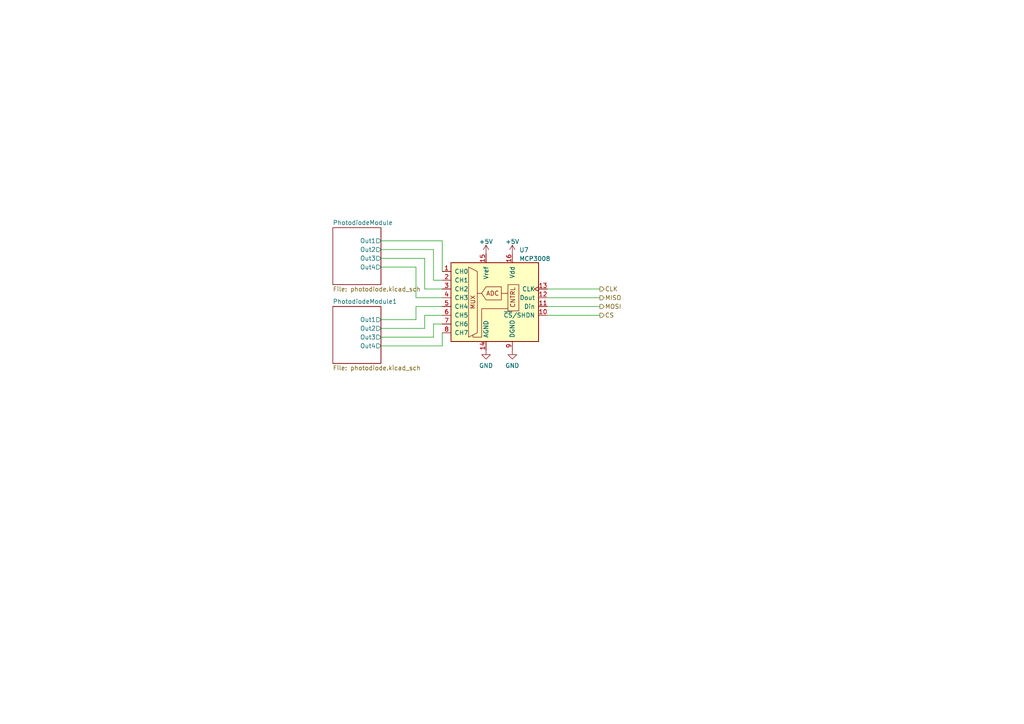
<source format=kicad_sch>
(kicad_sch (version 20230121) (generator eeschema)
  (paper "A4")
  (lib_symbols
    (symbol "Analog_ADC:MCP3008" (pin_names (offset 1.016))
      (property "Reference" "U" (at -5.08 13.335 0))
      (property "Value" "MCP3008" (at -5.08 11.43 0))
      (symbol "MCP3008_0_0"
        (text "ADC" (at -0.635 1.27 0) (effects (font (size 1.27 1.27))))
        (text "CNTRL" (at 5.969 -2.921 900) (effects (font (size 1.27 1.27)) (justify left bottom)))
        (text "MUX" (at -6.35 -1.27 900) (effects (font (size 1.27 1.27))))
      )
      (symbol "MCP3008_0_1"
        (polyline (pts (xy -3.81 1.27) (xy -5.08 1.27)))
        (polyline (pts (xy 1.905 1.27) (xy 3.81 1.27)))
        (polyline (pts (xy -7.62 8.89) (xy -7.62 -11.43) (xy -5.08 -10.16) (xy -5.08 7.62) (xy -7.62 8.89)))
        (polyline (pts (xy 3.81 -3.175) (xy -3.81 -3.175) (xy -3.81 -11.43) (xy -6.35 -11.43) (xy -6.35 -10.795)))
        (polyline (pts (xy 1.905 3.175) (xy 1.905 -0.635) (xy -2.54 -0.635) (xy -3.81 1.27) (xy -2.54 3.175) (xy 1.905 3.175)))
        (rectangle (start 3.81 -3.81) (end 6.985 3.81))
        (rectangle (start 12.7 -12.7) (end -12.7 10.16) (stroke (width 0.254)) (fill (type background)))
      )
      (symbol "MCP3008_1_1"
        (pin input line (at -15.24 7.62 0) (length 2.54) (name "CH0") (number "1"))
        (pin input line (at 15.24 -5.08 180) (length 2.54) (name "~{CS}/SHDN") (number "10"))
        (pin input line (at 15.24 -2.54 180) (length 2.54) (name "Din") (number "11"))
        (pin output line (at 15.24 0 180) (length 2.54) (name "Dout") (number "12"))
        (pin input clock (at 15.24 2.54 180) (length 2.54) (name "CLK") (number "13"))
        (pin power_in line (at -2.54 -15.24 90) (length 2.54) (name "AGND") (number "14"))
        (pin power_in line (at -2.54 12.7 270) (length 2.54) (name "Vref") (number "15"))
        (pin power_in line (at 5.08 12.7 270) (length 2.54) (name "Vdd") (number "16"))
        (pin input line (at -15.24 5.08 0) (length 2.54) (name "CH1") (number "2"))
        (pin input line (at -15.24 2.54 0) (length 2.54) (name "CH2") (number "3"))
        (pin input line (at -15.24 0 0) (length 2.54) (name "CH3") (number "4"))
        (pin input line (at -15.24 -2.54 0) (length 2.54) (name "CH4") (number "5"))
        (pin input line (at -15.24 -5.08 0) (length 2.54) (name "CH5") (number "6"))
        (pin input line (at -15.24 -7.62 0) (length 2.54) (name "CH6") (number "7"))
        (pin input line (at -15.24 -10.16 0) (length 2.54) (name "CH7") (number "8"))
        (pin power_in line (at 5.08 -15.24 90) (length 2.54) (name "DGND") (number "9"))
      )
    )
    (symbol "power:+5V" (power) (pin_names (offset 0))
      (property "Value" "+5V" (at 0 3.556 0))
      (symbol "+5V_0_1"
        (polyline (pts (xy -0.762 1.27) (xy 0 2.54)))
        (polyline (pts (xy 0 0) (xy 0 2.54)))
        (polyline (pts (xy 0 2.54) (xy 0.762 1.27)))
      )
      (symbol "+5V_1_1"
        (pin power_in line (at 0 0 90) (length 0) hide (name "+5V") (number "1"))
      )
    )
    (symbol "power:GND" (power) (pin_names (offset 0))
      (property "Value" "GND" (at 0 -3.81 0))
      (symbol "GND_0_1"
        (polyline (pts (xy 0 0) (xy 0 -1.27) (xy 1.27 -1.27) (xy 0 -2.54) (xy -1.27 -1.27) (xy 0 -1.27)))
      )
      (symbol "GND_1_1"
        (pin power_in line (at 0 0 270) (length 0) hide (name "GND") (number "1"))
      )
    )
  )
  (wire (pts (xy 123.19 91.44) (xy 128.27 91.44)))
  (wire (pts (xy 125.73 97.79) (xy 125.73 93.98)))
  (wire (pts (xy 125.73 72.39) (xy 125.73 81.28)))
  (wire (pts (xy 110.49 97.79) (xy 125.73 97.79)))
  (wire (pts (xy 123.19 74.93) (xy 123.19 83.82)))
  (wire (pts (xy 123.19 95.25) (xy 123.19 91.44)))
  (wire (pts (xy 128.27 69.85) (xy 128.27 78.74)))
  (wire (pts (xy 120.65 92.71) (xy 120.65 88.9)))
  (wire (pts (xy 120.65 86.36) (xy 128.27 86.36)))
  (wire (pts (xy 120.65 77.47) (xy 120.65 86.36)))
  (wire (pts (xy 158.75 83.82) (xy 173.99 83.82)))
  (wire (pts (xy 125.73 93.98) (xy 128.27 93.98)))
  (wire (pts (xy 110.49 95.25) (xy 123.19 95.25)))
  (wire (pts (xy 158.75 88.9) (xy 173.99 88.9)))
  (wire (pts (xy 110.49 77.47) (xy 120.65 77.47)))
  (wire (pts (xy 125.73 81.28) (xy 128.27 81.28)))
  (wire (pts (xy 158.75 91.44) (xy 173.99 91.44)))
  (wire (pts (xy 110.49 92.71) (xy 120.65 92.71)))
  (wire (pts (xy 158.75 86.36) (xy 173.99 86.36)))
  (wire (pts (xy 110.49 72.39) (xy 125.73 72.39)))
  (wire (pts (xy 128.27 100.33) (xy 128.27 96.52)))
  (wire (pts (xy 120.65 88.9) (xy 128.27 88.9)))
  (wire (pts (xy 123.19 83.82) (xy 128.27 83.82)))
  (wire (pts (xy 110.49 100.33) (xy 128.27 100.33)))
  (wire (pts (xy 110.49 69.85) (xy 128.27 69.85)))
  (wire (pts (xy 110.49 74.93) (xy 123.19 74.93)))
  (hierarchical_label "CS" (shape output) (at 173.99 91.44 0))
  (hierarchical_label "MOSI" (shape output) (at 173.99 88.9 0))
  (hierarchical_label "CLK" (shape output) (at 173.99 83.82 0))
  (hierarchical_label "MISO" (shape output) (at 173.99 86.36 0))
  (symbol (lib_id "power:+5V") (at 140.97 73.66 0) (unit 1)
    (property "Reference" "#PWR072" (effects hide))
    (property "Value" "+5V" (at 140.97 70.0842 0))
    (instances (project "PhotodiodeAmplifier" (path "" (reference "#PWR072") (unit 1)) (path "" (reference "#PWR0104") (unit 1)) (path "" (reference "#PWR064") (unit 1))))
  )
  (symbol (lib_id "Analog_ADC:MCP3008") (at 143.51 86.36 0) (unit 1)
    (property "Reference" "U7" (at 150.6094 72.5002 0) (effects (justify left)))
    (property "Value" "MCP3008" (at 150.6094 75.0371 0) (effects (justify left)))
    (property "Datasheet" "http://ww1.microchip.com/downloads/en/DeviceDoc/21295d.pdf" (effects hide))
    (instances (project "PhotodiodeAmplifier" (path "" (reference "U7") (unit 1)) (path "" (reference "U10") (unit 1)) (path "" (reference "U5") (unit 1))))
  )
  (symbol (lib_id "power:+5V") (at 148.59 73.66 0) (unit 1)
    (property "Reference" "#PWR074" (effects hide))
    (property "Value" "+5V" (at 148.59 70.0842 0))
    (instances (project "PhotodiodeAmplifier" (path "" (reference "#PWR074") (unit 1)) (path "" (reference "#PWR0106") (unit 1)) (path "" (reference "#PWR066") (unit 1))))
  )
  (symbol (lib_id "power:GND") (at 140.97 101.6 0) (unit 1)
    (property "Reference" "#PWR073" (effects hide))
    (property "Value" "GND" (at 140.97 106.0434 0))
    (instances (project "PhotodiodeAmplifier" (path "" (reference "#PWR073") (unit 1)) (path "" (reference "#PWR0105") (unit 1)) (path "" (reference "#PWR065") (unit 1))))
  )
  (symbol (lib_id "power:GND") (at 148.59 101.6 0) (unit 1)
    (property "Reference" "#PWR075" (effects hide))
    (property "Value" "GND" (at 148.59 106.0434 0))
    (instances (project "PhotodiodeAmplifier" (path "" (reference "#PWR075") (unit 1)) (path "" (reference "#PWR0107") (unit 1)) (path "" (reference "#PWR067") (unit 1))))
  )
  (sheet (at 96.52 88.9) (size 13.97 16.51) (stroke (width 0.1524))
    (property "Sheetname" "PhotodiodeModule1" (at 96.52 88.1884 0) (effects (justify left bottom)))
    (property "Sheetfile" "photodiode.kicad_sch" (at 96.52 105.9946 0) (effects (justify left top)))
    (pin "Out2" output (at 110.49 95.25 0))
    (pin "Out1" output (at 110.49 92.71 0))
    (pin "Out4" output (at 110.49 100.33 0))
    (pin "Out3" output (at 110.49 97.79 0))
  )
  (sheet (at 96.52 66.04) (size 13.97 16.51) (stroke (width 0.1524))
    (property "Sheetname" "PhotodiodeModule" (at 96.52 65.3284 0) (effects (justify left bottom)))
    (property "Sheetfile" "photodiode.kicad_sch" (at 96.52 83.1346 0) (effects (justify left top)))
    (pin "Out2" output (at 110.49 72.39 0))
    (pin "Out1" output (at 110.49 69.85 0))
    (pin "Out4" output (at 110.49 77.47 0))
    (pin "Out3" output (at 110.49 74.93 0))
  )
)
</source>
